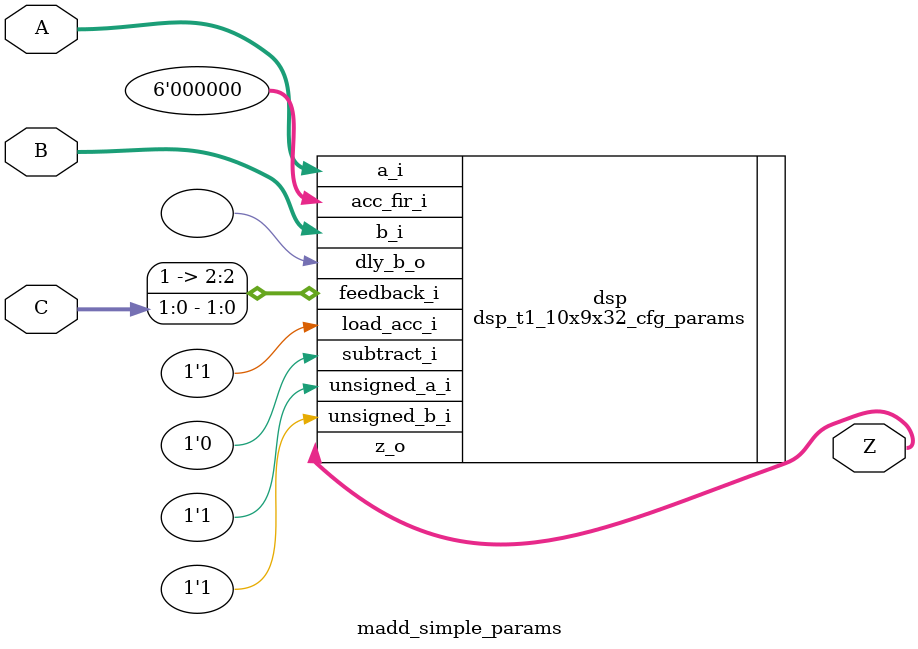
<source format=v>

module madd_simple_ports (
    input  wire [ 9:0] A,
    input  wire [ 8:0] B,
    input  wire [ 1:0] C,
    output reg  [18:0] Z
);

    // There is no support for autmoatic inference of multiply+add hence the
    // DSP cell needs to be instanced manually.
    //
    // To test the type change the "is_inferred" attribute is set here
    // explicitily to mimic possible inference

    // B * coeff[C] + A
    (* is_inferred=1 *)
    dsp_t1_10x9x32_cfg_ports # (
        .COEFF_0            (10'h011),
        .COEFF_1            (10'h022),
        .COEFF_2            (10'h033),
        .COEFF_3            (10'h044)
    ) dsp (
        .a_i                (A),
        .b_i                (B),
        .acc_fir_i          (6'd0),
        .z_o                (Z),
        .dly_b_o            (),

        .feedback_i         ({1'b1, C}), // 4-7
        .output_select_i    (3'd3),
        .register_inputs_i  (1'b0),

        .unsigned_a_i       (1'b1),
        .unsigned_b_i       (1'b1),
        .load_acc_i         (1'b1),

        .saturate_enable_i  (1'b0),
        .shift_right_i      (6'd0),
        .round_i            (1'b0),
        .subtract_i         (1'b0)
    );

endmodule

module madd_simple_params (
    input  wire [ 9:0] A,
    input  wire [ 8:0] B,
    input  wire [ 1:0] C,
    output reg  [18:0] Z
);

    // There is no support for autmoatic inference of multiply+add hence the
    // DSP cell needs to be instanced manually.
    //
    // To test the type change the "is_inferred" attribute is set here
    // explicitily to mimic possible inference

    // B * coeff[C] + A
    (* is_inferred=1 *)
    dsp_t1_10x9x32_cfg_params # (
        .COEFF_0            (10'h011),
        .COEFF_1            (10'h022),
        .COEFF_2            (10'h033),
        .COEFF_3            (10'h044),

        .OUTPUT_SELECT      (3'd3),
        .SATURATE_ENABLE    (1'b0),
        .SHIFT_RIGHT        (6'd0),
        .ROUND              (1'b0),
        .REGISTER_INPUTS    (1'b0)
    ) dsp (
        .a_i                (A),
        .b_i                (B),
        .acc_fir_i          (6'd0),
        .z_o                (Z),
        .dly_b_o            (),

        .feedback_i         ({1'b1, C}), // 4-7

        .unsigned_a_i       (1'b1),
        .unsigned_b_i       (1'b1),
        .load_acc_i         (1'b1),

        .subtract_i         (1'b0)
    );

endmodule

// ............................................................................

</source>
